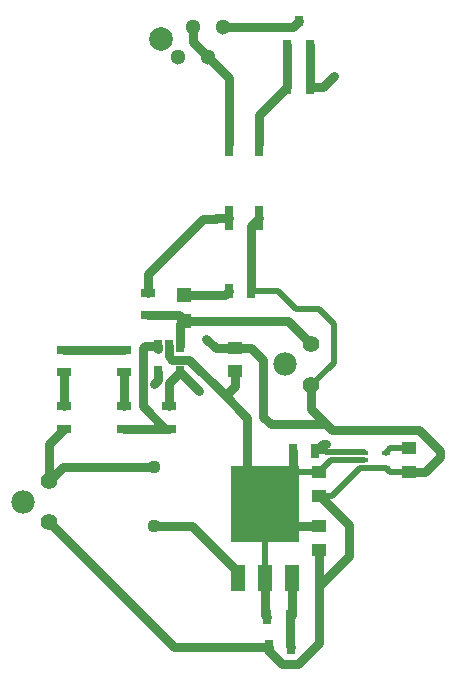
<source format=gbr>
G04 #@! TF.FileFunction,Copper,L1,Top,Signal*
%FSLAX46Y46*%
G04 Gerber Fmt 4.6, Leading zero omitted, Abs format (unit mm)*
G04 Created by KiCad (PCBNEW 4.0.7) date 02/06/18 16:53:26*
%MOMM*%
%LPD*%
G01*
G04 APERTURE LIST*
%ADD10C,0.100000*%
%ADD11R,1.250000X1.000000*%
%ADD12R,1.200000X1.200000*%
%ADD13C,1.117600*%
%ADD14C,1.397000*%
%ADD15C,1.981000*%
%ADD16R,0.800000X0.900000*%
%ADD17R,0.700000X1.300000*%
%ADD18R,1.300000X0.700000*%
%ADD19R,1.200000X2.200000*%
%ADD20R,5.800000X6.400000*%
%ADD21R,2.750000X3.050000*%
%ADD22R,0.650000X0.400000*%
%ADD23R,0.650000X1.060000*%
%ADD24R,0.640000X2.000000*%
%ADD25C,1.300000*%
%ADD26C,2.000000*%
%ADD27C,0.609600*%
%ADD28C,0.508000*%
%ADD29C,0.762000*%
%ADD30C,0.254000*%
G04 APERTURE END LIST*
D10*
D11*
X73660000Y-107950000D03*
X73660000Y-109950000D03*
X81280000Y-103378000D03*
X81280000Y-101378000D03*
X73660000Y-103410000D03*
X73660000Y-105410000D03*
X66548000Y-94853000D03*
X66548000Y-92853000D03*
D12*
X62230000Y-90551000D03*
X62230000Y-88351000D03*
D13*
X59690000Y-102950000D03*
X59690000Y-107950000D03*
D14*
X50800000Y-107640000D03*
X50800000Y-104140000D03*
D15*
X48570000Y-105890000D03*
D14*
X73025000Y-96012000D03*
X73025000Y-92512000D03*
D15*
X70795000Y-94262000D03*
D16*
X70998000Y-67183000D03*
X72898000Y-67183000D03*
X71948000Y-65183000D03*
D17*
X71315287Y-118226335D03*
X69415287Y-118226335D03*
X69288287Y-115686335D03*
X71188287Y-115686335D03*
D18*
X52070000Y-97790000D03*
X52070000Y-99690000D03*
X52070000Y-93030000D03*
X52070000Y-94930000D03*
X60960000Y-99690000D03*
X60960000Y-97790000D03*
X57150000Y-94930000D03*
X57150000Y-93030000D03*
X57150000Y-99690000D03*
X57150000Y-97790000D03*
D17*
X71440000Y-101600000D03*
X73340000Y-101600000D03*
X66045000Y-88011000D03*
X67945000Y-88011000D03*
D18*
X59182000Y-88204000D03*
X59182000Y-90104000D03*
D17*
X70998000Y-70739000D03*
X72898000Y-70739000D03*
D19*
X66817787Y-112369335D03*
X69097787Y-112369335D03*
X71377787Y-112369335D03*
D20*
X69097787Y-106069335D03*
D21*
X70622787Y-104394335D03*
X67572787Y-107744335D03*
X67572787Y-104394335D03*
X70622787Y-107744335D03*
D22*
X77470000Y-101727000D03*
X77470000Y-103027000D03*
X77470000Y-102377000D03*
X79370000Y-103027000D03*
X79370000Y-101727000D03*
D23*
X61910000Y-92710000D03*
X60960000Y-92710000D03*
X60010000Y-92710000D03*
X60010000Y-94910000D03*
X61910000Y-94910000D03*
D24*
X66040000Y-81890000D03*
X68580000Y-81890000D03*
X68580000Y-75590000D03*
X66040000Y-75590000D03*
D25*
X64262000Y-68199000D03*
X61722000Y-68199000D03*
X62992000Y-65659000D03*
X65532000Y-65659000D03*
D26*
X60322000Y-66699000D03*
D27*
X71128787Y-108077335D03*
X70112787Y-108077335D03*
X69096787Y-108077335D03*
X68080787Y-108077335D03*
X67064787Y-108077335D03*
X71128787Y-107061335D03*
X70112787Y-107061335D03*
X69096787Y-107061335D03*
X68080787Y-107061335D03*
X67064787Y-107061335D03*
X71128787Y-106045335D03*
X70112787Y-106045335D03*
X69096787Y-106045335D03*
X68080787Y-106045335D03*
X67064787Y-106045335D03*
X71128787Y-105029335D03*
X70112787Y-105029335D03*
X69096787Y-105029335D03*
X68080787Y-105029335D03*
X67064787Y-105029335D03*
X71128787Y-104013335D03*
X70112787Y-104013335D03*
X69096787Y-104013335D03*
X68080787Y-104013335D03*
X67056000Y-104013000D03*
X74930000Y-69850000D03*
X63500000Y-96520000D03*
X64135000Y-92075000D03*
X74295000Y-100965000D03*
X59690000Y-95885000D03*
D28*
X69097787Y-112369335D02*
X69097787Y-108078335D01*
X69097787Y-108078335D02*
X69096787Y-108077335D01*
D29*
X62661721Y-93846599D02*
X65532000Y-96716878D01*
X65532000Y-96716878D02*
X67572787Y-98757665D01*
X66548000Y-96115000D02*
X65946122Y-96716878D01*
X65946122Y-96716878D02*
X65532000Y-96716878D01*
X66548000Y-94853000D02*
X66548000Y-96115000D01*
X67572787Y-102107335D02*
X67572787Y-104394335D01*
D28*
X74676000Y-102362000D02*
X77455000Y-102362000D01*
X77455000Y-102362000D02*
X77470000Y-102377000D01*
X73660000Y-103410000D02*
X73660000Y-103378000D01*
X73660000Y-103378000D02*
X74676000Y-102362000D01*
X74676000Y-102362000D02*
X74422000Y-102616000D01*
X73660000Y-103410000D02*
X71757122Y-103410000D01*
X71757122Y-103410000D02*
X69097787Y-106069335D01*
D29*
X71440000Y-101600000D02*
X71440000Y-103577122D01*
X71440000Y-103577122D02*
X70622787Y-104394335D01*
X71607122Y-103410000D02*
X70622787Y-104394335D01*
X73660000Y-107950000D02*
X70828452Y-107950000D01*
X70066452Y-107061000D02*
X69860787Y-106855335D01*
X71390000Y-103627122D02*
X70622787Y-104394335D01*
X71147122Y-107220000D02*
X70622787Y-107744335D01*
X60960000Y-92710000D02*
X60960000Y-93575122D01*
X60960000Y-93575122D02*
X61231477Y-93846599D01*
X61231477Y-93846599D02*
X62661721Y-93846599D01*
X67572787Y-98757665D02*
X67572787Y-102107335D01*
X69097787Y-112369335D02*
X69097787Y-115495835D01*
X69097787Y-115495835D02*
X69288287Y-115686335D01*
X72898000Y-70739000D02*
X74041000Y-70739000D01*
X74041000Y-70739000D02*
X74930000Y-69850000D01*
X72898000Y-70739000D02*
X72898000Y-67183000D01*
D28*
X74930000Y-90805000D02*
X74930000Y-94107000D01*
X74930000Y-94107000D02*
X73025000Y-96012000D01*
X73660000Y-89535000D02*
X74930000Y-90805000D01*
X71683254Y-89535000D02*
X73660000Y-89535000D01*
X67945000Y-88011000D02*
X70159254Y-88011000D01*
X70159254Y-88011000D02*
X71683254Y-89535000D01*
D29*
X63500000Y-96520000D02*
X63500000Y-96500000D01*
X63500000Y-96500000D02*
X61910000Y-94910000D01*
X66548000Y-92853000D02*
X64913000Y-92853000D01*
X64913000Y-92853000D02*
X64135000Y-92075000D01*
X67945000Y-88011000D02*
X67945000Y-82525000D01*
X67945000Y-82525000D02*
X68580000Y-81890000D01*
X73025000Y-98044000D02*
X74295000Y-99314000D01*
X74295000Y-99314000D02*
X74803000Y-99822000D01*
X68961000Y-98679000D02*
X69596000Y-99314000D01*
X69596000Y-99314000D02*
X74295000Y-99314000D01*
X68961000Y-93879000D02*
X68961000Y-98679000D01*
X66548000Y-92853000D02*
X67935000Y-92853000D01*
X67935000Y-92853000D02*
X68961000Y-93879000D01*
X73025000Y-96012000D02*
X73025000Y-98044000D01*
X83947000Y-101600000D02*
X83947000Y-102108000D01*
X74803000Y-99822000D02*
X82169000Y-99822000D01*
X82169000Y-99822000D02*
X83947000Y-101600000D01*
X83947000Y-102108000D02*
X82677000Y-103378000D01*
X82677000Y-103378000D02*
X81280000Y-103378000D01*
D28*
X81280000Y-103378000D02*
X79721000Y-103378000D01*
X79721000Y-103378000D02*
X79370000Y-103027000D01*
X79370000Y-103027000D02*
X77753960Y-103027000D01*
X77753960Y-103027000D02*
X77743551Y-103037409D01*
X77743551Y-103037409D02*
X77165591Y-103037409D01*
X77165591Y-103037409D02*
X74793000Y-105410000D01*
X74793000Y-105410000D02*
X73660000Y-105410000D01*
D29*
X76200000Y-110490000D02*
X73660000Y-113030000D01*
X76200000Y-107825000D02*
X76200000Y-110490000D01*
X73660000Y-105410000D02*
X73785000Y-105410000D01*
X73785000Y-105410000D02*
X76200000Y-107825000D01*
X73660000Y-113030000D02*
X73660000Y-109950000D01*
X73660000Y-113030000D02*
X73660000Y-117841744D01*
X73660000Y-117841744D02*
X71863409Y-119638335D01*
X71863409Y-119638335D02*
X70527287Y-119638335D01*
X70527287Y-119638335D02*
X69415287Y-118526335D01*
X69415287Y-118526335D02*
X69415287Y-118226335D01*
X60960000Y-97790000D02*
X60960000Y-95860000D01*
X60960000Y-95860000D02*
X61910000Y-94910000D01*
X50800000Y-107640000D02*
X61386335Y-118226335D01*
X61386335Y-118226335D02*
X69415287Y-118226335D01*
D28*
X81280000Y-101378000D02*
X79719000Y-101378000D01*
X79719000Y-101378000D02*
X79370000Y-101727000D01*
D29*
X62230000Y-90551000D02*
X71064000Y-90551000D01*
X71064000Y-90551000D02*
X73025000Y-92512000D01*
X59182000Y-90104000D02*
X61783000Y-90104000D01*
X61783000Y-90104000D02*
X62230000Y-90551000D01*
X61910000Y-92710000D02*
X61910000Y-90871000D01*
X61910000Y-90871000D02*
X62230000Y-90551000D01*
X62230000Y-88351000D02*
X65705000Y-88351000D01*
X65705000Y-88351000D02*
X66045000Y-88011000D01*
X50800000Y-104140000D02*
X50800000Y-100960000D01*
X50800000Y-100960000D02*
X52070000Y-99690000D01*
X59690000Y-102950000D02*
X51990000Y-102950000D01*
X51990000Y-102950000D02*
X50800000Y-104140000D01*
X59690000Y-107950000D02*
X62898452Y-107950000D01*
X66817787Y-111869335D02*
X66817787Y-112369335D01*
X62898452Y-107950000D02*
X66817787Y-111869335D01*
X64262000Y-68199000D02*
X66040000Y-69977000D01*
X66040000Y-69977000D02*
X66040000Y-75590000D01*
X62992000Y-65659000D02*
X62992000Y-66929000D01*
X62992000Y-66929000D02*
X64262000Y-68199000D01*
X65532000Y-65659000D02*
X71472000Y-65659000D01*
X71472000Y-65659000D02*
X71948000Y-65183000D01*
X68580000Y-75590000D02*
X68580000Y-73157000D01*
X68580000Y-73157000D02*
X70998000Y-70739000D01*
X70998000Y-67183000D02*
X70998000Y-70739000D01*
X71188287Y-115686335D02*
X71188287Y-118099335D01*
X71188287Y-118099335D02*
X71315287Y-118226335D01*
X71377787Y-112369335D02*
X71377787Y-115496835D01*
X71377787Y-115496835D02*
X71188287Y-115686335D01*
X52070000Y-97790000D02*
X52070000Y-94930000D01*
X52070000Y-93030000D02*
X57150000Y-93030000D01*
X60010000Y-92710000D02*
X58923000Y-92710000D01*
X60660000Y-99690000D02*
X60960000Y-99690000D01*
X58923000Y-92710000D02*
X58775591Y-92857409D01*
X58775591Y-92857409D02*
X58775591Y-97805591D01*
X58775591Y-97805591D02*
X60660000Y-99690000D01*
X60010000Y-92710000D02*
X60010000Y-92915000D01*
X57150000Y-99690000D02*
X60960000Y-99690000D01*
X57150000Y-94930000D02*
X57150000Y-97790000D01*
X74295000Y-100965000D02*
X73975000Y-100965000D01*
X73975000Y-100965000D02*
X73340000Y-101600000D01*
X60010000Y-94910000D02*
X60010000Y-95565000D01*
X60010000Y-95565000D02*
X59690000Y-95885000D01*
D28*
X73340000Y-101600000D02*
X74198000Y-101600000D01*
X74198000Y-101600000D02*
X74299590Y-101701590D01*
X74299590Y-101701590D02*
X74402450Y-101701590D01*
X74402450Y-101701590D02*
X77470000Y-101701590D01*
D30*
X77343000Y-101600000D02*
X77470000Y-101727000D01*
D29*
X63881000Y-81915000D02*
X59182000Y-86614000D01*
X59182000Y-86614000D02*
X59182000Y-88204000D01*
X64933000Y-81915000D02*
X63881000Y-81915000D01*
X66040000Y-81890000D02*
X64958000Y-81890000D01*
X64958000Y-81890000D02*
X64933000Y-81915000D01*
M02*

</source>
